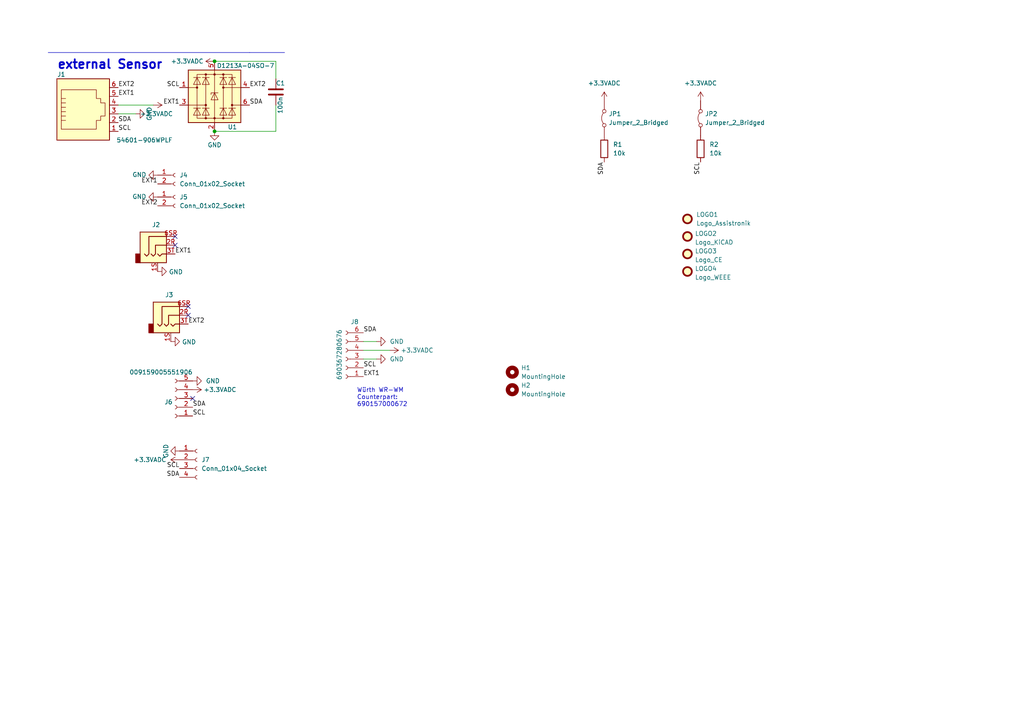
<source format=kicad_sch>
(kicad_sch (version 20250114) (generator "eeschema") (generator_version "9.0")
  (paper "A4")
  (lib_symbols
    (symbol "Connector:Conn_01x02_Socket" (pin_names (offset 1.016) (hide yes))
      (property "Reference" "J" (at 0 2.54 0))
      (property "Value" "Conn_01x02_Socket" (at 0 -5.08 0))
      (symbol "Conn_01x02_Socket_1_1"
        (polyline (pts (xy -1.27 0) (xy -0.508 0)) (stroke (width 0.1524)))
        (polyline (pts (xy -1.27 -2.54) (xy -0.508 -2.54)) (stroke (width 0.1524)))
        (arc (start 0 -0.508) (mid -0.5058 0) (end 0 0.508) (stroke (width 0.1524)))
        (arc (start 0 -3.048) (mid -0.5058 -2.54) (end 0 -2.032) (stroke (width 0.1524)))
        (pin passive line (at -5.08 0 0) (length 3.81) (name "Pin_1") (number "1"))
        (pin passive line (at -5.08 -2.54 0) (length 3.81) (name "Pin_2") (number "2"))
      )
    )
    (symbol "Connector:Conn_01x04_Socket" (pin_names (offset 1.016) (hide yes))
      (property "Reference" "J" (at 0 5.08 0))
      (property "Value" "Conn_01x04_Socket" (at 0 -7.62 0))
      (symbol "Conn_01x04_Socket_1_1"
        (polyline (pts (xy -1.27 2.54) (xy -0.508 2.54)) (stroke (width 0.1524)))
        (polyline (pts (xy -1.27 0) (xy -0.508 0)) (stroke (width 0.1524)))
        (polyline (pts (xy -1.27 -2.54) (xy -0.508 -2.54)) (stroke (width 0.1524)))
        (polyline (pts (xy -1.27 -5.08) (xy -0.508 -5.08)) (stroke (width 0.1524)))
        (arc (start 0 2.032) (mid -0.5058 2.54) (end 0 3.048) (stroke (width 0.1524)))
        (arc (start 0 -0.508) (mid -0.5058 0) (end 0 0.508) (stroke (width 0.1524)))
        (arc (start 0 -3.048) (mid -0.5058 -2.54) (end 0 -2.032) (stroke (width 0.1524)))
        (arc (start 0 -5.588) (mid -0.5058 -5.08) (end 0 -4.572) (stroke (width 0.1524)))
        (pin passive line (at -5.08 2.54 0) (length 3.81) (name "Pin_1") (number "1"))
        (pin passive line (at -5.08 0 0) (length 3.81) (name "Pin_2") (number "2"))
        (pin passive line (at -5.08 -2.54 0) (length 3.81) (name "Pin_3") (number "3"))
        (pin passive line (at -5.08 -5.08 0) (length 3.81) (name "Pin_4") (number "4"))
      )
    )
    (symbol "Connector:Conn_01x05_Socket" (pin_names (offset 1.016) (hide yes))
      (property "Reference" "J" (at 0 7.62 0))
      (property "Value" "Conn_01x05_Socket" (at 0 -7.62 0))
      (symbol "Conn_01x05_Socket_1_1"
        (polyline (pts (xy -1.27 5.08) (xy -0.508 5.08)) (stroke (width 0.1524)))
        (polyline (pts (xy -1.27 2.54) (xy -0.508 2.54)) (stroke (width 0.1524)))
        (polyline (pts (xy -1.27 0) (xy -0.508 0)) (stroke (width 0.1524)))
        (polyline (pts (xy -1.27 -2.54) (xy -0.508 -2.54)) (stroke (width 0.1524)))
        (polyline (pts (xy -1.27 -5.08) (xy -0.508 -5.08)) (stroke (width 0.1524)))
        (arc (start 0 4.572) (mid -0.5058 5.08) (end 0 5.588) (stroke (width 0.1524)))
        (arc (start 0 2.032) (mid -0.5058 2.54) (end 0 3.048) (stroke (width 0.1524)))
        (arc (start 0 -0.508) (mid -0.5058 0) (end 0 0.508) (stroke (width 0.1524)))
        (arc (start 0 -3.048) (mid -0.5058 -2.54) (end 0 -2.032) (stroke (width 0.1524)))
        (arc (start 0 -5.588) (mid -0.5058 -5.08) (end 0 -4.572) (stroke (width 0.1524)))
        (pin passive line (at -5.08 5.08 0) (length 3.81) (name "Pin_1") (number "1"))
        (pin passive line (at -5.08 2.54 0) (length 3.81) (name "Pin_2") (number "2"))
        (pin passive line (at -5.08 0 0) (length 3.81) (name "Pin_3") (number "3"))
        (pin passive line (at -5.08 -2.54 0) (length 3.81) (name "Pin_4") (number "4"))
        (pin passive line (at -5.08 -5.08 0) (length 3.81) (name "Pin_5") (number "5"))
      )
    )
    (symbol "Connector:Conn_01x06_Female" (pin_names (offset 1.016) (hide yes))
      (property "Reference" "J" (at 0 7.62 0))
      (property "Value" "Conn_01x06_Female" (at 0 -10.16 0))
      (symbol "Conn_01x06_Female_1_1"
        (polyline (pts (xy -1.27 5.08) (xy -0.508 5.08)) (stroke (width 0.1524)))
        (polyline (pts (xy -1.27 2.54) (xy -0.508 2.54)) (stroke (width 0.1524)))
        (polyline (pts (xy -1.27 0) (xy -0.508 0)) (stroke (width 0.1524)))
        (polyline (pts (xy -1.27 -2.54) (xy -0.508 -2.54)) (stroke (width 0.1524)))
        (polyline (pts (xy -1.27 -5.08) (xy -0.508 -5.08)) (stroke (width 0.1524)))
        (polyline (pts (xy -1.27 -7.62) (xy -0.508 -7.62)) (stroke (width 0.1524)))
        (arc (start 0 4.572) (mid -0.5058 5.08) (end 0 5.588) (stroke (width 0.1524)))
        (arc (start 0 2.032) (mid -0.5058 2.54) (end 0 3.048) (stroke (width 0.1524)))
        (arc (start 0 -0.508) (mid -0.5058 0) (end 0 0.508) (stroke (width 0.1524)))
        (arc (start 0 -3.048) (mid -0.5058 -2.54) (end 0 -2.032) (stroke (width 0.1524)))
        (arc (start 0 -5.588) (mid -0.5058 -5.08) (end 0 -4.572) (stroke (width 0.1524)))
        (arc (start 0 -8.128) (mid -0.5058 -7.62) (end 0 -7.112) (stroke (width 0.1524)))
        (pin passive line (at -5.08 5.08 0) (length 3.81) (name "Pin_1") (number "1"))
        (pin passive line (at -5.08 2.54 0) (length 3.81) (name "Pin_2") (number "2"))
        (pin passive line (at -5.08 0 0) (length 3.81) (name "Pin_3") (number "3"))
        (pin passive line (at -5.08 -2.54 0) (length 3.81) (name "Pin_4") (number "4"))
        (pin passive line (at -5.08 -5.08 0) (length 3.81) (name "Pin_5") (number "5"))
        (pin passive line (at -5.08 -7.62 0) (length 3.81) (name "Pin_6") (number "6"))
      )
    )
    (symbol "Connector:RJ25" (pin_names (offset 1.016))
      (property "Reference" "J" (at -5.08 11.43 0))
      (property "Value" "RJ25" (at 2.54 11.43 0))
      (symbol "RJ25_0_1"
        (polyline (pts (xy -6.35 3.175) (xy -5.08 3.175) (xy -5.08 3.175)))
        (polyline (pts (xy -6.35 1.905) (xy -5.08 1.905) (xy -5.08 1.905)))
        (polyline (pts (xy -6.35 0.635) (xy -5.08 0.635) (xy -5.08 0.635)))
        (polyline (pts (xy -6.35 -0.635) (xy -5.08 -0.635) (xy -5.08 -0.635)))
        (polyline (pts (xy -6.35 -1.905) (xy -5.08 -1.905) (xy -5.08 -1.905)))
        (polyline (pts (xy -6.35 -4.445) (xy -6.35 6.985) (xy 3.81 6.985) (xy 3.81 4.445) (xy 5.08 4.445) (xy 5.08 3.175) (xy 6.35 3.175) (xy 6.35 -0.635) (xy 5.08 -0.635) (xy 5.08 -1.905) (xy 3.81 -1.905) (xy 3.81 -4.445) (xy -6.35 -4.445) (xy -6.35 -4.445)))
        (polyline (pts (xy -5.08 4.445) (xy -6.35 4.445) (xy -6.35 4.445)))
        (rectangle (start 7.62 10.16) (end -7.62 -7.62) (stroke (width 0.254)) (fill (type background)))
      )
      (symbol "RJ25_1_1"
        (pin passive line (at 10.16 7.62 180) (length 2.54) (name "~") (number "6"))
        (pin passive line (at 10.16 5.08 180) (length 2.54) (name "~") (number "5"))
        (pin passive line (at 10.16 2.54 180) (length 2.54) (name "~") (number "4"))
        (pin passive line (at 10.16 0 180) (length 2.54) (name "~") (number "3"))
        (pin passive line (at 10.16 -2.54 180) (length 2.54) (name "~") (number "2"))
        (pin passive line (at 10.16 -5.08 180) (length 2.54) (name "~") (number "1"))
      )
    )
    (symbol "Device:C" (pin_numbers (hide yes)) (pin_names (offset 0.254))
      (property "Reference" "C" (at 0.635 2.54 0))
      (property "Value" "C" (at 0.635 -2.54 0))
      (symbol "C_0_1"
        (polyline (pts (xy -2.032 0.762) (xy 2.032 0.762)) (stroke (width 0.508)))
        (polyline (pts (xy -2.032 -0.762) (xy 2.032 -0.762)) (stroke (width 0.508)))
      )
      (symbol "C_1_1"
        (pin passive line (at 0 3.81 270) (length 2.794) (name "~") (number "1"))
        (pin passive line (at 0 -3.81 90) (length 2.794) (name "~") (number "2"))
      )
    )
    (symbol "Device:R" (pin_numbers (hide yes)) (pin_names (offset 0))
      (property "Reference" "R" (at 2.032 0 90))
      (property "Value" "R" (at 0 0 90))
      (symbol "R_0_1"
        (rectangle (start -1.016 -2.54) (end 1.016 2.54) (stroke (width 0.254)))
      )
      (symbol "R_1_1"
        (pin passive line (at 0 3.81 270) (length 1.27) (name "~") (number "1"))
        (pin passive line (at 0 -3.81 90) (length 1.27) (name "~") (number "2"))
      )
    )
    (symbol "FABI_customLib:AudioJack3_Ground"
      (property "Reference" "J" (at 0 8.89 0))
      (property "Value" "AudioJack3_Ground" (at 0 6.35 0))
      (symbol "AudioJack3_Ground_0_1"
        (rectangle (start -5.08 -2.54) (end -6.35 -5.08) (stroke (width 0.254)) (fill (type outline)))
        (polyline (pts (xy -1.905 -2.54) (xy -1.27 -3.175) (xy -0.635 -2.54) (xy -0.635 0) (xy 2.54 0)) (stroke (width 0.254)))
        (polyline (pts (xy 0 -2.54) (xy 0.635 -3.175) (xy 1.27 -2.54) (xy 2.54 -2.54)) (stroke (width 0.254)))
        (rectangle (start 2.54 3.81) (end -5.08 -5.08) (stroke (width 0.254)) (fill (type background)))
        (polyline (pts (xy 2.54 2.54) (xy -2.54 2.54) (xy -2.54 -2.54) (xy -3.175 -3.175) (xy -3.81 -2.54)) (stroke (width 0.254)))
      )
      (symbol "AudioJack3_Ground_1_1"
        (pin passive line (at 0 -7.62 90) (length 2.54) (name "~") (number "1S"))
        (pin passive line (at 5.08 2.54 180) (length 2.54) (name "~") (number "6SR"))
        (pin passive line (at 5.08 0 180) (length 2.54) (name "~") (number "2R"))
        (pin passive line (at 5.08 -2.54 180) (length 2.54) (name "~") (number "3T"))
      )
    )
    (symbol "Jumper:Jumper_2_Bridged" (pin_numbers (hide yes)) (pin_names (offset 0) (hide yes)) (exclude_from_sim yes)
      (property "Reference" "JP" (at 0 1.905 0))
      (property "Value" "Jumper_2_Bridged" (at 0 -2.54 0))
      (symbol "Jumper_2_Bridged_0_0"
        (circle (center -2.032 0) (radius 0.508))
        (circle (center 2.032 0) (radius 0.508))
      )
      (symbol "Jumper_2_Bridged_0_1"
        (arc (start -1.524 0.254) (mid 0 0.762) (end 1.524 0.254))
      )
      (symbol "Jumper_2_Bridged_1_1"
        (pin passive line (at -5.08 0 0) (length 2.54) (name "A") (number "1"))
        (pin passive line (at 5.08 0 180) (length 2.54) (name "B") (number "2"))
      )
    )
    (symbol "Mechanical:Fiducial"
      (property "Reference" "FID" (at 0 5.08 0))
      (property "Value" "Fiducial" (at 0 3.175 0))
      (symbol "Fiducial_0_1"
        (circle (center 0 0) (radius 1.27) (stroke (width 0.508)) (fill (type background)))
      )
    )
    (symbol "Mechanical:MountingHole" (pin_names (offset 1.016)) (in_bom no)
      (property "Reference" "H" (at 0 5.08 0))
      (property "Value" "MountingHole" (at 0 3.175 0))
      (symbol "MountingHole_0_1"
        (circle (center 0 0) (radius 1.27) (stroke (width 1.27)))
      )
    )
    (symbol "Power_Protection:WE-TVS-824015043" (pin_names (hide yes))
      (property "Reference" "U" (at 0 12.7 0))
      (property "Value" "WE-TVS-824015043" (at 0 10.16 0))
      (symbol "WE-TVS-824015043_0_1"
        (rectangle (start -7.62 -7.62) (end 7.62 7.62) (stroke (width 0.254)) (fill (type background)))
        (polyline (pts (xy -6.096 3.429) (xy -4.064 3.429) (xy -5.08 5.461) (xy -6.096 3.429)))
        (polyline (pts (xy -6.096 -5.461) (xy -4.064 -5.461) (xy -5.08 -3.429) (xy -6.096 -5.461)))
        (circle (center -5.08 2.54) (radius 0.254) (fill (type outline)))
        (polyline (pts (xy -5.08 2.54) (xy -7.62 2.54)))
        (polyline (pts (xy -4.064 5.461) (xy -6.096 5.461)))
        (polyline (pts (xy -4.064 -3.429) (xy -6.096 -3.429)))
        (polyline (pts (xy -3.556 3.429) (xy -1.524 3.429) (xy -2.54 5.461) (xy -3.556 3.429)))
        (polyline (pts (xy -3.556 -5.461) (xy -1.524 -5.461) (xy -2.54 -3.429) (xy -3.556 -5.461)))
        (circle (center -2.54 6.35) (radius 0.254) (fill (type outline)))
        (rectangle (start -2.54 6.35) (end 2.54 -6.35))
        (polyline (pts (xy -2.54 6.35) (xy -5.08 6.35) (xy -5.08 -6.35) (xy -2.54 -6.35)))
        (circle (center -2.54 -2.54) (radius 0.254) (fill (type outline)))
        (polyline (pts (xy -2.54 -2.54) (xy -7.62 -2.54)))
        (circle (center -2.54 -6.35) (radius 0.254) (fill (type outline)))
        (polyline (pts (xy -1.524 5.461) (xy -3.556 5.461)))
        (polyline (pts (xy -1.524 -3.429) (xy -3.556 -3.429)))
        (polyline (pts (xy -1.016 -1.016) (xy 1.016 -1.016) (xy 0 1.016) (xy -1.016 -1.016)))
        (circle (center 0 6.35) (radius 0.254) (fill (type outline)))
        (polyline (pts (xy 0 6.35) (xy 0 7.62)))
        (polyline (pts (xy 0 1.27) (xy 0 6.35)))
        (polyline (pts (xy 0 -6.35) (xy 0 1.27)))
        (circle (center 0 -6.35) (radius 0.254) (fill (type outline)))
        (polyline (pts (xy 0 -7.62) (xy 0 -6.35)))
        (polyline (pts (xy 1.016 1.016) (xy 0.762 1.016) (xy -1.016 1.016) (xy -1.016 0.508)))
        (polyline (pts (xy 1.524 5.461) (xy 3.556 5.461)))
        (polyline (pts (xy 1.524 -3.429) (xy 3.556 -3.429)))
        (polyline (pts (xy 2.54 6.35) (xy 5.08 6.35) (xy 5.08 -6.35) (xy 2.54 -6.35)))
        (circle (center 2.54 6.35) (radius 0.254) (fill (type outline)))
        (polyline (pts (xy 2.54 2.54) (xy 7.62 2.54)))
        (circle (center 2.54 2.54) (radius 0.254) (fill (type outline)))
        (circle (center 2.54 -6.35) (radius 0.254) (fill (type outline)))
        (polyline (pts (xy 3.556 3.429) (xy 1.524 3.429) (xy 2.54 5.461) (xy 3.556 3.429)))
        (polyline (pts (xy 3.556 -5.461) (xy 1.524 -5.461) (xy 2.54 -3.429) (xy 3.556 -5.461)))
        (polyline (pts (xy 4.064 5.461) (xy 6.096 5.461)))
        (polyline (pts (xy 4.064 -3.429) (xy 6.096 -3.429)))
        (polyline (pts (xy 5.08 -2.54) (xy 7.62 -2.54)))
        (circle (center 5.08 -2.54) (radius 0.254) (fill (type outline)))
        (polyline (pts (xy 6.096 3.429) (xy 4.064 3.429) (xy 5.08 5.461) (xy 6.096 3.429)))
        (polyline (pts (xy 6.096 -5.461) (xy 4.064 -5.461) (xy 5.08 -3.429) (xy 6.096 -5.461)))
      )
      (symbol "WE-TVS-824015043_1_1"
        (pin passive line (at -10.16 2.54 0) (length 2.54) (name "I/O1") (number "1"))
        (pin passive line (at -10.16 -2.54 0) (length 2.54) (name "I/O2") (number "3"))
        (pin passive line (at 0 10.16 270) (length 2.54) (name "VBUS") (number "5"))
        (pin passive line (at 0 -10.16 90) (length 2.54) (name "GND") (number "2"))
        (pin passive line (at 10.16 2.54 180) (length 2.54) (name "I/O3") (number "4"))
        (pin passive line (at 10.16 -2.54 180) (length 2.54) (name "I/O4") (number "6"))
      )
    )
    (symbol "power:+3.3VADC" (power) (pin_names (offset 0))
      (property "Value" "+3.3VADC" (at 0 2.54 0))
      (symbol "+3.3VADC_0_0"
        (pin power_in line (at 0 0 90) (length 0) (hide yes) (name "+3.3VADC") (number "1"))
      )
      (symbol "+3.3VADC_0_1"
        (polyline (pts (xy -0.762 1.27) (xy 0 2.54)))
        (polyline (pts (xy 0 2.54) (xy 0.762 1.27)))
        (polyline (pts (xy 0 0) (xy 0 2.54)))
      )
    )
    (symbol "power:GND" (power) (pin_names (offset 0))
      (property "Value" "GND" (at 0 -3.81 0))
      (symbol "GND_0_1"
        (polyline (pts (xy 0 0) (xy 0 -1.27) (xy 1.27 -1.27) (xy 0 -2.54) (xy -1.27 -1.27) (xy 0 -1.27)))
      )
      (symbol "GND_1_1"
        (pin power_in line (at 0 0 270) (length 0) (hide yes) (name "GND") (number "1"))
      )
    )
    (symbol "power:GNDA" (power) (pin_names (offset 0))
      (property "Value" "GNDA" (at 0 -3.81 0))
      (symbol "GNDA_0_1"
        (polyline (pts (xy 0 0) (xy 0 -1.27) (xy 1.27 -1.27) (xy 0 -2.54) (xy -1.27 -1.27) (xy 0 -1.27)))
      )
      (symbol "GNDA_1_1"
        (pin power_in line (at 0 0 270) (length 0) (hide yes) (name "GNDA") (number "1"))
      )
    )
  )
  (text "external Sensor" (at 16.51 20.32 0) (effects (font (size 2.54 2.54) (thickness 0.508) (bold yes)) (justify left bottom)))
  (text "Würth WR-WM\nCounterpart:\n690157000672" (at 103.505 118.11 0) (effects (font (size 1.27 1.27)) (justify left bottom)))
  (junction (at 62.23 38.1))
  (junction (at 62.23 17.78))
  (no_connect (at 50.8 71.12))
  (no_connect (at 55.88 115.57))
  (no_connect (at 54.61 88.9))
  (no_connect (at 54.61 91.44))
  (no_connect (at 50.8 68.58))
  (wire (pts (xy 80.01 17.78) (xy 62.23 17.78)))
  (polyline (pts (xy 82.55 15.24) (xy 72.39 15.24)))
  (wire (pts (xy 80.01 38.1) (xy 62.23 38.1)))
  (polyline (pts (xy 72.39 15.24) (xy 13.97 15.24)))
  (wire (pts (xy 113.03 101.6) (xy 105.41 101.6)))
  (wire (pts (xy 34.29 33.02) (xy 39.37 33.02)))
  (wire (pts (xy 105.41 99.06) (xy 109.22 99.06)))
  (wire (pts (xy 34.29 30.48) (xy 44.45 30.48)))
  (wire (pts (xy 80.01 30.48) (xy 80.01 38.1)))
  (wire (pts (xy 105.41 104.14) (xy 109.22 104.14)))
  (wire (pts (xy 80.01 22.86) (xy 80.01 17.78)))
  (label "SCL" (at 203.2 46.99 270))
  (label "SDA" (at 55.88 118.11 0))
  (label "EXT1" (at 34.29 27.94 0))
  (label "EXT2" (at 54.61 93.98 0))
  (label "SDA" (at 52.07 138.43 180))
  (label "SCL" (at 55.88 120.65 0))
  (label "SCL" (at 52.07 135.89 180))
  (label "SCL" (at 52.07 25.4 180))
  (label "SDA" (at 72.39 30.48 0))
  (label "SDA" (at 175.26 46.99 270))
  (label "EXT1" (at 50.8 73.66 0))
  (label "SCL" (at 105.41 106.68 0))
  (label "EXT1" (at 105.41 109.22 0))
  (label "EXT1" (at 52.07 30.48 180))
  (label "SCL" (at 34.29 38.1 0))
  (label "EXT2" (at 45.72 59.69 180))
  (label "EXT1" (at 45.72 53.34 180))
  (label "EXT2" (at 34.29 25.4 0))
  (label "EXT2" (at 72.39 25.4 0))
  (label "SDA" (at 34.29 35.56 0))
  (label "SDA" (at 105.41 96.52 0))
  (symbol (lib_id "Connector:Conn_01x05_Socket") (at 50.8 115.57 180) (unit 1)
    (property "Reference" "J6" (at 50.0888 116.594 0) (effects (justify left)))
    (property "Value" "009159005551906" (at 55.88 107.95 0) (effects (justify left)))
    (property "Footprint" "fabi:009159005551906" (effects (hide yes)))
    (property "Digikey" "478-8739-1-ND" (effects (hide yes)))
    (property "Farnell" "2373966" (effects (hide yes)))
    (property "Mouser" " 581-009159005551906" (effects (hide yes)))
    (property "RS Components" "--" (effects (hide yes)))
  )
  (symbol (lib_id "Mechanical:MountingHole") (at 148.59 113.03 0) (unit 1) (in_bom no)
    (property "Reference" "H2" (at 151.13 111.7599 0) (effects (justify left)))
    (property "Value" "MountingHole" (at 151.13 114.2999 0) (effects (justify left)))
    (property "Footprint" "MountingHole:MountingHole_3.2mm_M3" (effects (hide yes)))
    (property "Description" "Mounting Hole without connection" (effects (hide yes)))
  )
  (symbol (lib_id "Jumper:Jumper_2_Bridged") (at 203.2 34.29 90) (unit 1) (exclude_from_sim yes)
    (property "Reference" "JP2" (at 204.47 33.0199 90) (effects (justify right)))
    (property "Value" "Jumper_2_Bridged" (at 204.47 35.5599 90) (effects (justify right)))
    (property "Footprint" "Jumper:SolderJumper-2_P1.3mm_Bridged2Bar_Pad1.0x1.5mm" (effects (hide yes)))
    (property "Description" "Jumper, 2-pole, closed/bridged" (effects (hide yes)))
  )
  (symbol (lib_id "power:GND") (at 45.72 57.15 270) (mirror x) (unit 1)
    (property "Reference" "#PWR04" (effects (hide yes)))
    (property "Value" "GND" (at 42.4688 57.023 90) (effects (justify right)))
  )
  (symbol (lib_id "Jumper:Jumper_2_Bridged") (at 175.26 34.29 90) (unit 1) (exclude_from_sim yes)
    (property "Reference" "JP1" (at 176.53 33.0199 90) (effects (justify right)))
    (property "Value" "Jumper_2_Bridged" (at 176.53 35.5599 90) (effects (justify right)))
    (property "Footprint" "Jumper:SolderJumper-2_P1.3mm_Bridged2Bar_Pad1.0x1.5mm" (effects (hide yes)))
    (property "Description" "Jumper, 2-pole, closed/bridged" (effects (hide yes)))
  )
  (symbol (lib_id "power:GNDA") (at 55.88 110.49 90) (unit 1)
    (property "Reference" "#PWR09" (effects (hide yes)))
    (property "Value" "GND" (at 59.69 110.4899 90) (effects (justify right)))
  )
  (symbol (lib_id "FABI_customLib:AudioJack3_Ground") (at 49.53 91.44 0) (unit 1)
    (property "Reference" "J3" (at 49.0728 85.5218 0))
    (property "Value" "54-00174 / FC68125" (effects (hide yes)))
    (property "Footprint" "fabi:FC68125" (effects (hide yes)))
    (property "Datasheet" "https://docs.rs-online.com/db52/0900766b812d152e.pdf" (effects (hide yes)))
    (property "RS" "https://at.rs-online.com/web/p/klinken-steckerbuchsen/8051655/" (effects (hide yes)))
    (property "RS-Nr" "805-1655" (effects (hide yes)))
    (property "Digikey" "839-54-00174CT-ND" (effects (hide yes)))
  )
  (symbol (lib_id "Mechanical:Fiducial") (at 199.39 78.74 0) (unit 1) (in_bom no)
    (property "Reference" "LOGO4" (at 201.549 77.9053 0) (effects (justify left)))
    (property "Value" "Logo_WEEE" (at 201.549 80.4422 0) (effects (justify left)))
    (property "Footprint" "Symbol:WEEE-Logo_5.6x8mm_SilkScreen" (effects (hide yes)))
    (property "Digikey" "DNP" (effects (hide yes)))
    (property "Farnell" "DNP" (effects (hide yes)))
    (property "Mouser" "DNP" (effects (hide yes)))
    (property "RS Components" "DNP" (effects (hide yes)))
  )
  (symbol (lib_id "Mechanical:MountingHole") (at 148.59 107.95 0) (unit 1) (in_bom no)
    (property "Reference" "H1" (at 151.13 106.6799 0) (effects (justify left)))
    (property "Value" "MountingHole" (at 151.13 109.2199 0) (effects (justify left)))
    (property "Footprint" "MountingHole:MountingHole_3.2mm_M3" (effects (hide yes)))
    (property "Description" "Mounting Hole without connection" (effects (hide yes)))
  )
  (symbol (lib_id "Power_Protection:WE-TVS-824015043") (at 62.23 27.94 0) (unit 1)
    (property "Reference" "U1" (at 66.04 36.83 0) (effects (justify left)))
    (property "Value" "D1213A-04SO-7" (at 62.865 19.05 0) (effects (justify left)))
    (property "Footprint" "Package_TO_SOT_SMD:SC-74-6_1.55x2.9mm_P0.95mm" (effects (hide yes)))
    (property "Datasheet" "https://www.we-online.com/components/products/datasheet/824015043.pdf" (effects (hide yes)))
    (property "Digikey" "D1213A-04SO-7DICT-ND" (effects (hide yes)))
  )
  (symbol (lib_id "power:+3.3VADC") (at 175.26 29.21 0) (unit 1)
    (property "Reference" "#PWR013" (effects (hide yes)))
    (property "Value" "+3.3VADC" (at 175.26 24.13 0))
  )
  (symbol (lib_id "Connector:Conn_01x06_Female") (at 100.33 104.14 180) (unit 1)
    (property "Reference" "J8" (at 102.87 93.345 0))
    (property "Value" "690367280676" (at 98.425 102.87 90))
    (property "Footprint" "fabi:690367280676" (effects (hide yes)))
    (property "Digikey" "732-1965-1-ND" (effects (hide yes)))
    (property "Farnell" "1641849" (effects (hide yes)))
    (property "Mouser" " 710-690367280676" (effects (hide yes)))
    (property "RS Components" "771-8109" (effects (hide yes)))
  )
  (symbol (lib_id "power:GNDA") (at 39.37 33.02 90) (unit 1)
    (property "Reference" "#PWR01" (effects (hide yes)))
    (property "Value" "GND" (at 43.315 33.02 0))
  )
  (symbol (lib_id "power:+3.3VADC") (at 44.45 30.48 270) (unit 1)
    (property "Reference" "#PWR02" (effects (hide yes)))
    (property "Value" "+3.3VADC" (at 40.64 33.02 90) (effects (justify left)))
  )
  (symbol (lib_id "power:+3.3VADC") (at 203.2 29.21 0) (unit 1)
    (property "Reference" "#PWR014" (effects (hide yes)))
    (property "Value" "+3.3VADC" (at 203.2 24.13 0))
  )
  (symbol (lib_id "Device:C") (at 80.01 26.67 0) (unit 1)
    (property "Reference" "C1" (at 80.01 24.13 0) (effects (justify left)))
    (property "Value" "100n" (at 81.28 33.02 90) (effects (justify left)))
    (property "Footprint" "Capacitor_SMD:C_0603_1608Metric" (effects (hide yes)))
    (property "Digikey" "1276-CL10B104KB8NNNLCT-ND" (effects (hide yes)))
    (property "Farnell" "3013409" (effects (hide yes)))
    (property "Mouser" "581-06035C104K4" (effects (hide yes)))
    (property "RS Components" "200-6519" (effects (hide yes)))
  )
  (symbol (lib_id "Device:R") (at 203.2 43.18 0) (unit 1)
    (property "Reference" "R2" (at 205.74 41.9099 0) (effects (justify left)))
    (property "Value" "10k" (at 205.74 44.4499 0) (effects (justify left)))
    (property "Footprint" "Resistor_SMD:R_0603_1608Metric_Pad0.98x0.95mm_HandSolder" (effects (hide yes)))
    (property "Description" "Resistor" (effects (hide yes)))
  )
  (symbol (lib_id "power:GNDA") (at 109.22 104.14 90) (unit 1)
    (property "Reference" "#PWR016" (effects (hide yes)))
    (property "Value" "GND" (at 113.03 104.1399 90) (effects (justify right)))
  )
  (symbol (lib_id "Device:R") (at 175.26 43.18 0) (unit 1)
    (property "Reference" "R1" (at 177.8 41.9099 0) (effects (justify left)))
    (property "Value" "10k" (at 177.8 44.4499 0) (effects (justify left)))
    (property "Footprint" "Resistor_SMD:R_0603_1608Metric_Pad0.98x0.95mm_HandSolder" (effects (hide yes)))
    (property "Description" "Resistor" (effects (hide yes)))
  )
  (symbol (lib_id "power:GNDA") (at 62.23 38.1 0) (unit 1)
    (property "Reference" "#PWR012" (effects (hide yes)))
    (property "Value" "GND" (at 62.23 42.045 0))
  )
  (symbol (lib_id "power:+3.3VADC") (at 52.07 133.35 90) (unit 1)
    (property "Reference" "#PWR08" (effects (hide yes)))
    (property "Value" "+3.3VADC" (at 48.26 133.3499 90) (effects (justify left)))
  )
  (symbol (lib_id "power:GNDA") (at 109.22 99.06 90) (unit 1)
    (property "Reference" "#PWR015" (effects (hide yes)))
    (property "Value" "GND" (at 113.03 99.0599 90) (effects (justify right)))
  )
  (symbol (lib_id "power:+3.3VADC") (at 113.03 101.6 270) (unit 1)
    (property "Reference" "#PWR017" (effects (hide yes)))
    (property "Value" "+3.3VADC" (at 116.205 101.6 90) (effects (justify left)))
  )
  (symbol (lib_id "power:GND") (at 49.53 99.06 90) (mirror x) (unit 1)
    (property "Reference" "#PWR06" (effects (hide yes)))
    (property "Value" "GND" (at 52.7812 99.187 90) (effects (justify right)))
  )
  (symbol (lib_id "Connector:Conn_01x04_Socket") (at 57.15 133.35 0) (unit 1)
    (property "Reference" "J7" (at 58.42 133.3499 0) (effects (justify left)))
    (property "Value" "Conn_01x04_Socket" (at 58.42 135.8899 0) (effects (justify left)))
    (property "Footprint" "Connector_PinSocket_2.54mm:PinSocket_1x04_P2.54mm_Vertical" (effects (hide yes)))
    (property "Description" "Generic connector, single row, 01x04, script generated" (effects (hide yes)))
  )
  (symbol (lib_id "FABI_customLib:AudioJack3_Ground") (at 45.72 71.12 0) (unit 1)
    (property "Reference" "J2" (at 45.2628 65.2018 0))
    (property "Value" "54-00174 / FC68125" (effects (hide yes)))
    (property "Footprint" "fabi:FC68125" (effects (hide yes)))
    (property "Datasheet" "https://docs.rs-online.com/db52/0900766b812d152e.pdf" (effects (hide yes)))
    (property "RS" "https://at.rs-online.com/web/p/klinken-steckerbuchsen/8051655/" (effects (hide yes)))
    (property "RS-Nr" "805-1655" (effects (hide yes)))
    (property "Digikey" "839-54-00174CT-ND" (effects (hide yes)))
  )
  (symbol (lib_id "power:+3.3VADC") (at 62.23 17.78 90) (unit 1)
    (property "Reference" "#PWR011" (effects (hide yes)))
    (property "Value" "+3.3VADC" (at 59.055 17.78 90) (effects (justify left)))
  )
  (symbol (lib_id "Mechanical:Fiducial") (at 199.39 63.5 0) (unit 1) (in_bom no)
    (property "Reference" "LOGO1" (at 201.93 62.2299 0) (effects (justify left)))
    (property "Value" "Logo_Assistronik" (at 201.93 64.7699 0) (effects (justify left)))
    (property "Footprint" "fabi:assistronik_logo" (effects (hide yes)))
    (property "Digikey" "DNP" (effects (hide yes)))
    (property "Farnell" "DNP" (effects (hide yes)))
    (property "Mouser" "DNP" (effects (hide yes)))
    (property "RS Components" "DNP" (effects (hide yes)))
  )
  (symbol (lib_id "power:GNDA") (at 52.07 130.81 270) (unit 1)
    (property "Reference" "#PWR07" (effects (hide yes)))
    (property "Value" "GND" (at 48.125 130.81 0))
  )
  (symbol (lib_id "Mechanical:Fiducial") (at 199.39 73.66 0) (unit 1) (in_bom no)
    (property "Reference" "LOGO3" (at 201.549 72.8253 0) (effects (justify left)))
    (property "Value" "Logo_CE" (at 201.549 75.3622 0) (effects (justify left)))
    (property "Footprint" "Symbol:CE-Logo_8.5x6mm_SilkScreen" (effects (hide yes)))
    (property "Digikey" "DNP" (effects (hide yes)))
    (property "Farnell" "DNP" (effects (hide yes)))
    (property "Mouser" "DNP" (effects (hide yes)))
    (property "RS Components" "DNP" (effects (hide yes)))
  )
  (symbol (lib_id "Connector:Conn_01x02_Socket") (at 50.8 57.15 0) (unit 1)
    (property "Reference" "J5" (at 52.07 57.1499 0) (effects (justify left)))
    (property "Value" "Conn_01x02_Socket" (at 52.07 59.6899 0) (effects (justify left)))
    (property "Footprint" "Connector_JST:JST_PH_B2B-PH-K_1x02_P2.00mm_Vertical" (effects (hide yes)))
    (property "Description" "Generic connector, single row, 01x02, script generated" (effects (hide yes)))
  )
  (symbol (lib_id "power:+3.3VADC") (at 55.88 113.03 270) (unit 1)
    (property "Reference" "#PWR010" (effects (hide yes)))
    (property "Value" "+3.3VADC" (at 59.055 113.03 90) (effects (justify left)))
  )
  (symbol (lib_id "power:GND") (at 45.72 50.8 270) (mirror x) (unit 1)
    (property "Reference" "#PWR03" (effects (hide yes)))
    (property "Value" "GND" (at 42.4688 50.673 90) (effects (justify right)))
  )
  (symbol (lib_id "Connector:Conn_01x02_Socket") (at 50.8 50.8 0) (unit 1)
    (property "Reference" "J4" (at 52.07 50.7999 0) (effects (justify left)))
    (property "Value" "Conn_01x02_Socket" (at 52.07 53.3399 0) (effects (justify left)))
    (property "Footprint" "Connector_JST:JST_PH_B2B-PH-K_1x02_P2.00mm_Vertical" (effects (hide yes)))
    (property "Description" "Generic connector, single row, 01x02, script generated" (effects (hide yes)))
  )
  (symbol (lib_id "Mechanical:Fiducial") (at 199.39 68.58 0) (unit 1) (in_bom no)
    (property "Reference" "LOGO2" (at 201.549 67.7453 0) (effects (justify left)))
    (property "Value" "Logo_KiCAD" (at 201.549 70.2822 0) (effects (justify left)))
    (property "Footprint" "Symbol:KiCad-Logo_5mm_SilkScreen" (effects (hide yes)))
    (property "Digikey" "DNP" (effects (hide yes)))
    (property "Farnell" "DNP" (effects (hide yes)))
    (property "Mouser" "DNP" (effects (hide yes)))
    (property "RS Components" "DNP" (effects (hide yes)))
  )
  (symbol (lib_id "power:GND") (at 45.72 78.74 90) (mirror x) (unit 1)
    (property "Reference" "#PWR05" (effects (hide yes)))
    (property "Value" "GND" (at 48.9712 78.867 90) (effects (justify right)))
  )
  (symbol (lib_id "Connector:RJ25") (at 24.13 33.02 0) (unit 1)
    (property "Reference" "J1" (at 17.78 21.59 0))
    (property "Value" "54601-906WPLF" (at 41.91 40.64 0))
    (property "Footprint" "Connector_RJ:RJ12_Amphenol_54601-x06_Horizontal" (effects (hide yes)))
    (property "Digikey" "609-4729-ND" (effects (hide yes)))
    (property "Farnell" "2135977" (effects (hide yes)))
    (property "Mouser" " 649-54601-906WPLF" (effects (hide yes)))
  )
)
</source>
